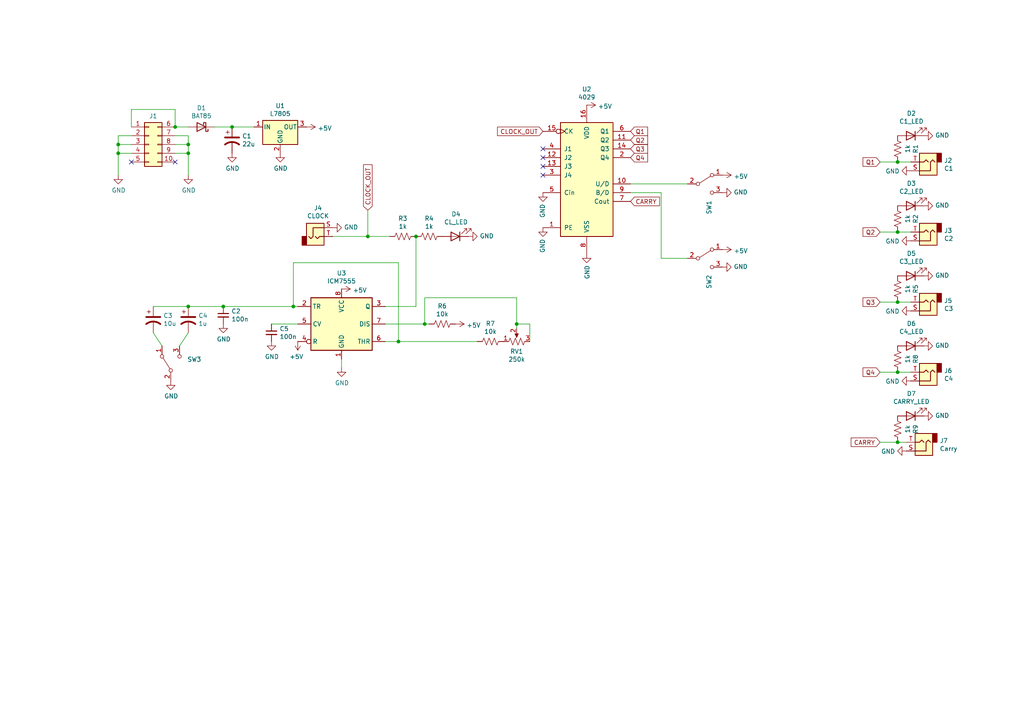
<source format=kicad_sch>
(kicad_sch (version 20211123) (generator eeschema)
  (paper "A4")
  (lib_symbols
    (symbol "4xxx:4029" (pin_names (offset 1.016))
      (property "Reference" "U" (at -7.62 16.51 0))
      (property "Value" "4029" (at -7.62 -19.05 0))
      (symbol "4029_1_0"
        (pin input line (at -12.7 -15.24 0) (length 5.08) (name "PE") (number "1"))
        (pin input line (at 12.7 -2.54 180) (length 5.08) (name "U/D") (number "10"))
        (pin output line (at 12.7 10.16 180) (length 5.08) (name "Q2") (number "11"))
        (pin input line (at -12.7 5.08 0) (length 5.08) (name "J2") (number "12"))
        (pin input line (at -12.7 2.54 0) (length 5.08) (name "J3") (number "13"))
        (pin output line (at 12.7 7.62 180) (length 5.08) (name "Q3") (number "14"))
        (pin input inverted_clock (at -12.7 12.7 0) (length 5.08) (name "CK") (number "15"))
        (pin power_in line (at 0 20.32 270) (length 5.08) (name "VDD") (number "16"))
        (pin output line (at 12.7 5.08 180) (length 5.08) (name "Q4") (number "2"))
        (pin input line (at -12.7 0 0) (length 5.08) (name "J4") (number "3"))
        (pin input line (at -12.7 7.62 0) (length 5.08) (name "J1") (number "4"))
        (pin input line (at -12.7 -5.08 0) (length 5.08) (name "Cin") (number "5"))
        (pin output line (at 12.7 12.7 180) (length 5.08) (name "Q1") (number "6"))
        (pin output line (at 12.7 -7.62 180) (length 5.08) (name "Cout") (number "7"))
        (pin power_in line (at 0 -22.86 90) (length 5.08) (name "VSS") (number "8"))
        (pin input line (at 12.7 -5.08 180) (length 5.08) (name "B/D") (number "9"))
      )
      (symbol "4029_1_1"
        (rectangle (start -7.62 15.24) (end 7.62 -17.78) (stroke (width 0.254)) (fill (type background)))
      )
    )
    (symbol "7555-4029-rescue:CP1-Device" (pin_numbers hide) (pin_names (offset 0.254) hide)
      (property "Reference" "C" (at 0.635 2.54 0))
      (property "Value" "CP1-Device" (at 0.635 -2.54 0))
      (symbol "CP1-Device_0_1"
        (polyline (pts (xy -2.032 0.762) (xy 2.032 0.762)) (stroke (width 0.508)))
        (polyline (pts (xy -1.778 2.286) (xy -0.762 2.286)))
        (polyline (pts (xy -1.27 1.778) (xy -1.27 2.794)))
        (arc (start 2.032 -1.27) (mid 0 -0.5572) (end -2.032 -1.27) (stroke (width 0.508)))
      )
      (symbol "CP1-Device_1_1"
        (pin passive line (at 0 3.81 270) (length 2.794) (name "~") (number "1"))
        (pin passive line (at 0 -3.81 90) (length 3.302) (name "~") (number "2"))
      )
    )
    (symbol "7555-4029-rescue:R_POT_US-Device" (pin_names (offset 1.016) hide)
      (property "Reference" "RV" (at -4.445 0 90))
      (property "Value" "R_POT_US-Device" (at -2.54 0 90))
      (symbol "R_POT_US-Device_0_1"
        (polyline (pts (xy 0 -2.286) (xy 0 -2.54)))
        (polyline (pts (xy 0 2.54) (xy 0 2.286)))
        (polyline (pts (xy 2.54 0) (xy 1.524 0)))
        (polyline (pts (xy 1.143 0) (xy 2.286 0.508) (xy 2.286 -0.508) (xy 1.143 0)) (fill (type outline)))
        (polyline (pts (xy 0 -0.762) (xy 1.016 -1.143) (xy 0 -1.524) (xy -1.016 -1.905) (xy 0 -2.286)))
        (polyline (pts (xy 0 0.762) (xy 1.016 0.381) (xy 0 0) (xy -1.016 -0.381) (xy 0 -0.762)))
        (polyline (pts (xy 0 2.286) (xy 1.016 1.905) (xy 0 1.524) (xy -1.016 1.143) (xy 0 0.762)))
      )
      (symbol "R_POT_US-Device_1_1"
        (pin passive line (at 0 3.81 270) (length 1.27) (name "1") (number "1"))
        (pin passive line (at 3.81 0 180) (length 1.27) (name "2") (number "2"))
        (pin passive line (at 0 -3.81 90) (length 1.27) (name "3") (number "3"))
      )
    )
    (symbol "Connector:AudioJack2"
      (property "Reference" "J" (at 0 8.89 0))
      (property "Value" "AudioJack2" (at 0 6.35 0))
      (symbol "AudioJack2_0_1"
        (rectangle (start -3.81 0) (end -2.54 -2.54) (stroke (width 0.254)) (fill (type outline)))
        (rectangle (start -2.54 3.81) (end 2.54 -2.54) (stroke (width 0.254)) (fill (type background)))
        (polyline (pts (xy 0 0) (xy 0.635 -0.635) (xy 1.27 0) (xy 2.54 0)) (stroke (width 0.254)))
        (polyline (pts (xy 2.54 2.54) (xy -0.635 2.54) (xy -0.635 0) (xy -1.27 -0.635) (xy -1.905 0)) (stroke (width 0.254)))
      )
      (symbol "AudioJack2_1_1"
        (pin passive line (at 5.08 2.54 180) (length 2.54) (name "~") (number "S"))
        (pin passive line (at 5.08 0 180) (length 2.54) (name "~") (number "T"))
      )
    )
    (symbol "Connector_Generic:Conn_02x05_Top_Bottom" (pin_names (offset 1.016) hide)
      (property "Reference" "J" (at 1.27 7.62 0))
      (property "Value" "Conn_02x05_Top_Bottom" (at 1.27 -7.62 0))
      (symbol "Conn_02x05_Top_Bottom_1_1"
        (rectangle (start -1.27 -4.953) (end 0 -5.207) (stroke (width 0.1524)))
        (rectangle (start -1.27 -2.413) (end 0 -2.667) (stroke (width 0.1524)))
        (rectangle (start -1.27 0.127) (end 0 -0.127) (stroke (width 0.1524)))
        (rectangle (start -1.27 2.667) (end 0 2.413) (stroke (width 0.1524)))
        (rectangle (start -1.27 5.207) (end 0 4.953) (stroke (width 0.1524)))
        (rectangle (start -1.27 6.35) (end 3.81 -6.35) (stroke (width 0.254)) (fill (type background)))
        (rectangle (start 3.81 -4.953) (end 2.54 -5.207) (stroke (width 0.1524)))
        (rectangle (start 3.81 -2.413) (end 2.54 -2.667) (stroke (width 0.1524)))
        (rectangle (start 3.81 0.127) (end 2.54 -0.127) (stroke (width 0.1524)))
        (rectangle (start 3.81 2.667) (end 2.54 2.413) (stroke (width 0.1524)))
        (rectangle (start 3.81 5.207) (end 2.54 4.953) (stroke (width 0.1524)))
        (pin passive line (at -5.08 5.08 0) (length 3.81) (name "Pin_1") (number "1"))
        (pin passive line (at 7.62 -5.08 180) (length 3.81) (name "Pin_10") (number "10"))
        (pin passive line (at -5.08 2.54 0) (length 3.81) (name "Pin_2") (number "2"))
        (pin passive line (at -5.08 0 0) (length 3.81) (name "Pin_3") (number "3"))
        (pin passive line (at -5.08 -2.54 0) (length 3.81) (name "Pin_4") (number "4"))
        (pin passive line (at -5.08 -5.08 0) (length 3.81) (name "Pin_5") (number "5"))
        (pin passive line (at 7.62 5.08 180) (length 3.81) (name "Pin_6") (number "6"))
        (pin passive line (at 7.62 2.54 180) (length 3.81) (name "Pin_7") (number "7"))
        (pin passive line (at 7.62 0 180) (length 3.81) (name "Pin_8") (number "8"))
        (pin passive line (at 7.62 -2.54 180) (length 3.81) (name "Pin_9") (number "9"))
      )
    )
    (symbol "Device:C_Small" (pin_numbers hide) (pin_names (offset 0.254) hide)
      (property "Reference" "C" (at 0.254 1.778 0))
      (property "Value" "C_Small" (at 0.254 -2.032 0))
      (symbol "C_Small_0_1"
        (polyline (pts (xy -1.524 -0.508) (xy 1.524 -0.508)) (stroke (width 0.3302)))
        (polyline (pts (xy -1.524 0.508) (xy 1.524 0.508)) (stroke (width 0.3048)))
      )
      (symbol "C_Small_1_1"
        (pin passive line (at 0 2.54 270) (length 2.032) (name "~") (number "1"))
        (pin passive line (at 0 -2.54 90) (length 2.032) (name "~") (number "2"))
      )
    )
    (symbol "Device:LED" (pin_numbers hide) (pin_names (offset 1.016) hide)
      (property "Reference" "D" (at 0 2.54 0))
      (property "Value" "LED" (at 0 -2.54 0))
      (symbol "LED_0_1"
        (polyline (pts (xy -1.27 -1.27) (xy -1.27 1.27)) (stroke (width 0.254)))
        (polyline (pts (xy -1.27 0) (xy 1.27 0)))
        (polyline (pts (xy 1.27 -1.27) (xy 1.27 1.27) (xy -1.27 0) (xy 1.27 -1.27)) (stroke (width 0.254)))
        (polyline (pts (xy -3.048 -0.762) (xy -4.572 -2.286) (xy -3.81 -2.286) (xy -4.572 -2.286) (xy -4.572 -1.524)))
        (polyline (pts (xy -1.778 -0.762) (xy -3.302 -2.286) (xy -2.54 -2.286) (xy -3.302 -2.286) (xy -3.302 -1.524)))
      )
      (symbol "LED_1_1"
        (pin passive line (at -3.81 0 0) (length 2.54) (name "K") (number "1"))
        (pin passive line (at 3.81 0 180) (length 2.54) (name "A") (number "2"))
      )
    )
    (symbol "Device:R_US" (pin_numbers hide) (pin_names (offset 0))
      (property "Reference" "R" (at 2.54 0 90))
      (property "Value" "R_US" (at -2.54 0 90))
      (symbol "R_US_0_1"
        (polyline (pts (xy 0 -2.286) (xy 0 -2.54)))
        (polyline (pts (xy 0 2.286) (xy 0 2.54)))
        (polyline (pts (xy 0 -0.762) (xy 1.016 -1.143) (xy 0 -1.524) (xy -1.016 -1.905) (xy 0 -2.286)))
        (polyline (pts (xy 0 0.762) (xy 1.016 0.381) (xy 0 0) (xy -1.016 -0.381) (xy 0 -0.762)))
        (polyline (pts (xy 0 2.286) (xy 1.016 1.905) (xy 0 1.524) (xy -1.016 1.143) (xy 0 0.762)))
      )
      (symbol "R_US_1_1"
        (pin passive line (at 0 3.81 270) (length 1.27) (name "~") (number "1"))
        (pin passive line (at 0 -3.81 90) (length 1.27) (name "~") (number "2"))
      )
    )
    (symbol "Diode:BAT85" (pin_numbers hide) (pin_names (offset 1.016) hide)
      (property "Reference" "D" (at 0 2.54 0))
      (property "Value" "BAT85" (at 0 -2.54 0))
      (symbol "BAT85_0_1"
        (polyline (pts (xy 1.27 0) (xy -1.27 0)))
        (polyline (pts (xy 1.27 1.27) (xy 1.27 -1.27) (xy -1.27 0) (xy 1.27 1.27)) (stroke (width 0.254)))
        (polyline (pts (xy -1.905 0.635) (xy -1.905 1.27) (xy -1.27 1.27) (xy -1.27 -1.27) (xy -0.635 -1.27) (xy -0.635 -0.635)) (stroke (width 0.254)))
      )
      (symbol "BAT85_1_1"
        (pin passive line (at -3.81 0 0) (length 2.54) (name "K") (number "1"))
        (pin passive line (at 3.81 0 180) (length 2.54) (name "A") (number "2"))
      )
    )
    (symbol "Regulator_Linear:L7805" (pin_names (offset 0.254))
      (property "Reference" "U" (at -3.81 3.175 0))
      (property "Value" "L7805" (at 0 3.175 0))
      (symbol "L7805_0_1"
        (rectangle (start -5.08 1.905) (end 5.08 -5.08) (stroke (width 0.254)) (fill (type background)))
      )
      (symbol "L7805_1_1"
        (pin power_in line (at -7.62 0 0) (length 2.54) (name "IN") (number "1"))
        (pin power_in line (at 0 -7.62 90) (length 2.54) (name "GND") (number "2"))
        (pin power_out line (at 7.62 0 180) (length 2.54) (name "OUT") (number "3"))
      )
    )
    (symbol "Switch:SW_SPDT" (pin_names (offset 0) hide)
      (property "Reference" "SW" (at 0 4.318 0))
      (property "Value" "SW_SPDT" (at 0 -5.08 0))
      (symbol "SW_SPDT_0_0"
        (circle (center -2.032 0) (radius 0.508))
        (circle (center 2.032 -2.54) (radius 0.508))
      )
      (symbol "SW_SPDT_0_1"
        (polyline (pts (xy -1.524 0.254) (xy 1.651 2.286)))
        (circle (center 2.032 2.54) (radius 0.508))
      )
      (symbol "SW_SPDT_1_1"
        (pin passive line (at 5.08 2.54 180) (length 2.54) (name "A") (number "1"))
        (pin passive line (at -5.08 0 0) (length 2.54) (name "B") (number "2"))
        (pin passive line (at 5.08 -2.54 180) (length 2.54) (name "C") (number "3"))
      )
    )
    (symbol "Timer:ICM7555xB"
      (property "Reference" "U" (at -10.16 8.89 0))
      (property "Value" "ICM7555xB" (at 2.54 8.89 0))
      (symbol "ICM7555xB_0_0"
        (pin power_in line (at 0 -10.16 90) (length 2.54) (name "GND") (number "1"))
        (pin power_in line (at 0 10.16 270) (length 2.54) (name "VCC") (number "8"))
      )
      (symbol "ICM7555xB_0_1"
        (rectangle (start -8.89 -7.62) (end 8.89 7.62) (stroke (width 0.254)) (fill (type background)))
        (rectangle (start -8.89 -7.62) (end 8.89 7.62) (stroke (width 0.254)) (fill (type background)))
      )
      (symbol "ICM7555xB_1_1"
        (pin input line (at -12.7 5.08 0) (length 3.81) (name "TR") (number "2"))
        (pin output line (at 12.7 5.08 180) (length 3.81) (name "Q") (number "3"))
        (pin input inverted (at -12.7 -5.08 0) (length 3.81) (name "R") (number "4"))
        (pin input line (at -12.7 0 0) (length 3.81) (name "CV") (number "5"))
        (pin input line (at 12.7 -5.08 180) (length 3.81) (name "THR") (number "6"))
        (pin input line (at 12.7 0 180) (length 3.81) (name "DIS") (number "7"))
      )
    )
    (symbol "power:+5V" (power) (pin_names (offset 0))
      (property "Value" "+5V" (at 0 3.556 0))
      (symbol "+5V_0_1"
        (polyline (pts (xy -0.762 1.27) (xy 0 2.54)))
        (polyline (pts (xy 0 0) (xy 0 2.54)))
        (polyline (pts (xy 0 2.54) (xy 0.762 1.27)))
      )
      (symbol "+5V_1_1"
        (pin power_in line (at 0 0 90) (length 0) hide (name "+5V") (number "1"))
      )
    )
    (symbol "power:GND" (power) (pin_names (offset 0))
      (property "Value" "GND" (at 0 -3.81 0))
      (symbol "GND_0_1"
        (polyline (pts (xy 0 0) (xy 0 -1.27) (xy 1.27 -1.27) (xy 0 -2.54) (xy -1.27 -1.27) (xy 0 -1.27)))
      )
      (symbol "GND_1_1"
        (pin power_in line (at 0 0 270) (length 0) hide (name "GND") (number "1"))
      )
    )
  )
  (junction (at 106.68 68.58))
  (junction (at 64.77 88.9))
  (junction (at 54.61 88.9))
  (junction (at 260.35 128.27))
  (junction (at 85.09 88.9))
  (junction (at 67.31 36.83))
  (junction (at 149.86 93.98))
  (junction (at 260.35 107.95))
  (junction (at 54.61 44.45))
  (junction (at 120.65 68.58))
  (junction (at 260.35 46.99))
  (junction (at 115.57 99.06))
  (junction (at 50.8 36.83))
  (junction (at 260.35 87.63))
  (junction (at 34.29 44.45))
  (junction (at 54.61 41.91))
  (junction (at 260.35 67.31))
  (junction (at 123.19 93.98))
  (junction (at 34.29 41.91))
  (no_connect (at 157.48 43.18))
  (no_connect (at 50.8 46.99))
  (no_connect (at 157.48 48.26))
  (no_connect (at 38.1 46.99))
  (no_connect (at 157.48 50.8))
  (no_connect (at 157.48 45.72))
  (wire (pts (xy 123.19 93.98) (xy 124.46 93.98)))
  (wire (pts (xy 38.1 36.83) (xy 38.1 31.75)))
  (wire (pts (xy 191.77 74.93) (xy 199.39 74.93)))
  (wire (pts (xy 50.8 41.91) (xy 54.61 41.91)))
  (wire (pts (xy 255.27 67.31) (xy 260.35 67.31)))
  (wire (pts (xy 52.07 100.33) (xy 54.61 96.52)))
  (wire (pts (xy 260.35 128.27) (xy 262.89 128.27)))
  (wire (pts (xy 54.61 39.37) (xy 54.61 41.91)))
  (wire (pts (xy 111.76 88.9) (xy 120.65 88.9)))
  (wire (pts (xy 191.77 55.88) (xy 191.77 74.93)))
  (wire (pts (xy 85.09 88.9) (xy 64.77 88.9)))
  (wire (pts (xy 260.35 46.99) (xy 264.16 46.99)))
  (wire (pts (xy 260.35 87.63) (xy 264.16 87.63)))
  (wire (pts (xy 64.77 88.9) (xy 54.61 88.9)))
  (wire (pts (xy 260.35 128.27) (xy 255.27 128.27)))
  (wire (pts (xy 111.76 93.98) (xy 123.19 93.98)))
  (wire (pts (xy 260.35 67.31) (xy 264.16 67.31)))
  (wire (pts (xy 34.29 39.37) (xy 34.29 41.91)))
  (wire (pts (xy 123.19 86.36) (xy 149.86 86.36)))
  (wire (pts (xy 120.65 88.9) (xy 120.65 68.58)))
  (wire (pts (xy 255.27 107.95) (xy 260.35 107.95)))
  (wire (pts (xy 86.36 88.9) (xy 85.09 88.9)))
  (wire (pts (xy 34.29 41.91) (xy 38.1 41.91)))
  (wire (pts (xy 50.8 44.45) (xy 54.61 44.45)))
  (wire (pts (xy 34.29 44.45) (xy 34.29 50.8)))
  (wire (pts (xy 106.68 68.58) (xy 96.52 68.58)))
  (wire (pts (xy 153.67 93.98) (xy 149.86 93.98)))
  (wire (pts (xy 38.1 31.75) (xy 50.8 31.75)))
  (wire (pts (xy 86.36 93.98) (xy 78.74 93.98)))
  (wire (pts (xy 106.68 68.58) (xy 106.68 60.96)))
  (wire (pts (xy 62.23 36.83) (xy 67.31 36.83)))
  (wire (pts (xy 85.09 76.2) (xy 85.09 88.9)))
  (wire (pts (xy 138.43 99.06) (xy 115.57 99.06)))
  (wire (pts (xy 34.29 41.91) (xy 34.29 44.45)))
  (wire (pts (xy 54.61 44.45) (xy 54.61 50.8)))
  (wire (pts (xy 50.8 31.75) (xy 50.8 36.83)))
  (wire (pts (xy 54.61 88.9) (xy 44.45 88.9)))
  (wire (pts (xy 99.06 106.68) (xy 99.06 104.14)))
  (wire (pts (xy 115.57 76.2) (xy 85.09 76.2)))
  (wire (pts (xy 67.31 36.83) (xy 73.66 36.83)))
  (wire (pts (xy 255.27 87.63) (xy 260.35 87.63)))
  (wire (pts (xy 115.57 76.2) (xy 115.57 99.06)))
  (wire (pts (xy 149.86 93.98) (xy 149.86 95.25)))
  (wire (pts (xy 153.67 99.06) (xy 153.67 93.98)))
  (wire (pts (xy 113.03 68.58) (xy 106.68 68.58)))
  (wire (pts (xy 111.76 99.06) (xy 115.57 99.06)))
  (wire (pts (xy 182.88 53.34) (xy 199.39 53.34)))
  (wire (pts (xy 149.86 86.36) (xy 149.86 93.98)))
  (wire (pts (xy 50.8 39.37) (xy 54.61 39.37)))
  (wire (pts (xy 54.61 41.91) (xy 54.61 44.45)))
  (wire (pts (xy 255.27 46.99) (xy 260.35 46.99)))
  (wire (pts (xy 46.99 100.33) (xy 44.45 96.52)))
  (wire (pts (xy 182.88 55.88) (xy 191.77 55.88)))
  (wire (pts (xy 50.8 36.83) (xy 54.61 36.83)))
  (wire (pts (xy 123.19 93.98) (xy 123.19 86.36)))
  (wire (pts (xy 38.1 44.45) (xy 34.29 44.45)))
  (wire (pts (xy 264.16 107.95) (xy 260.35 107.95)))
  (wire (pts (xy 38.1 39.37) (xy 34.29 39.37)))
  (global_label "Q3" (shape input) (at 255.27 87.63 180) (property "Intersheet References" "${INTERSHEET_REFS}" (effects hide)))
  (global_label "Q2" (shape input) (at 255.27 67.31 180) (property "Intersheet References" "${INTERSHEET_REFS}" (effects hide)))
  (global_label "Q1" (shape input) (at 255.27 46.99 180) (property "Intersheet References" "${INTERSHEET_REFS}" (effects hide)))
  (global_label "Q4" (shape input) (at 255.27 107.95 180) (property "Intersheet References" "${INTERSHEET_REFS}" (effects hide)))
  (global_label "Q4" (shape input) (at 182.88 45.72 0) (property "Intersheet References" "${INTERSHEET_REFS}" (effects hide)))
  (global_label "CARRY" (shape input) (at 182.88 58.42 0) (property "Intersheet References" "${INTERSHEET_REFS}" (effects hide)))
  (global_label "CARRY" (shape input) (at 255.27 128.27 180) (property "Intersheet References" "${INTERSHEET_REFS}" (effects hide)))
  (global_label "Q3" (shape input) (at 182.88 43.18 0) (property "Intersheet References" "${INTERSHEET_REFS}" (effects hide)))
  (global_label "Q1" (shape input) (at 182.88 38.1 0) (property "Intersheet References" "${INTERSHEET_REFS}" (effects hide)))
  (global_label "CLOCK_OUT" (shape input) (at 106.68 60.96 90) (property "Intersheet References" "${INTERSHEET_REFS}" (effects hide)))
  (global_label "Q2" (shape input) (at 182.88 40.64 0) (property "Intersheet References" "${INTERSHEET_REFS}" (effects hide)))
  (global_label "CLOCK_OUT" (shape input) (at 157.48 38.1 180) (property "Intersheet References" "${INTERSHEET_REFS}" (effects hide)))
  (symbol (lib_id "Switch:SW_SPDT") (at 204.47 53.34 0) (unit 1)
    (property "Reference" "SW1" (at 205.6384 58.1152 90) (effects (justify right)))
    (property "Value" "SW_SPDT" (effects hide))
    (property "Footprint" "Connector_PinHeader_1.00mm:PinHeader_1x03_P1.00mm_Vertical" (effects hide))
  )
  (symbol (lib_id "power:GND") (at 96.52 66.04 90) (unit 1)
    (property "Reference" "#PWR013" (effects hide))
    (property "Value" "GND" (at 99.7712 65.913 90) (effects (justify right)))
  )
  (symbol (lib_id "Device:C_Small") (at 64.77 91.44 0) (unit 1)
    (property "Reference" "C2" (at 67.1068 90.2716 0) (effects (justify left)))
    (property "Value" "100n" (at 67.1068 92.583 0) (effects (justify left)))
    (property "Footprint" "Capacitor_THT:C_Disc_D4.7mm_W2.5mm_P5.00mm" (effects hide))
  )
  (symbol (lib_id "Device:R_US") (at 142.24 99.06 270) (unit 1)
    (property "Reference" "R7" (at 142.24 93.853 90))
    (property "Value" "10k" (at 142.24 96.1644 90))
    (property "Footprint" "Resistor_THT:R_Axial_DIN0207_L6.3mm_D2.5mm_P10.16mm_Horizontal" (effects hide))
  )
  (symbol (lib_id "power:GND") (at 267.97 80.01 90) (unit 1)
    (property "Reference" "#PWR020" (effects hide))
    (property "Value" "GND" (at 271.2212 79.883 90) (effects (justify right)))
  )
  (symbol (lib_id "power:GND") (at 267.97 120.65 90) (unit 1)
    (property "Reference" "#PWR031" (effects hide))
    (property "Value" "GND" (at 271.2212 120.523 90) (effects (justify right)))
  )
  (symbol (lib_id "power:GND") (at 34.29 50.8 0) (unit 1)
    (property "Reference" "#PWR07" (effects hide))
    (property "Value" "GND" (at 34.417 55.1942 0))
  )
  (symbol (lib_id "Regulator_Linear:L7805") (at 81.28 36.83 0) (unit 1)
    (property "Reference" "U1" (at 81.28 30.6832 0))
    (property "Value" "L7805" (at 81.28 32.9946 0))
    (property "Footprint" "Package_TO_SOT_THT:TO-220-3_Vertical" (effects hide))
    (property "Datasheet" "http://www.st.com/content/ccc/resource/technical/document/datasheet/41/4f/b3/b0/12/d4/47/88/CD00000444.pdf/files/CD00000444.pdf/jcr:content/translations/en.CD00000444.pdf" (effects hide))
  )
  (symbol (lib_id "Device:LED") (at 264.16 120.65 180) (unit 1)
    (property "Reference" "D7" (at 264.3378 114.173 0))
    (property "Value" "CARRY_LED" (at 264.3378 116.4844 0))
    (property "Footprint" "LED_THT:LED_D3.0mm" (effects hide))
  )
  (symbol (lib_id "power:+5V") (at 99.06 83.82 270) (unit 1)
    (property "Reference" "#PWR021" (effects hide))
    (property "Value" "+5V" (at 102.3112 84.201 90) (effects (justify left)))
  )
  (symbol (lib_id "power:GND") (at 264.16 69.85 270) (unit 1)
    (property "Reference" "#PWR016" (effects hide))
    (property "Value" "GND" (at 260.9088 69.977 90) (effects (justify right)))
  )
  (symbol (lib_id "Device:LED") (at 132.08 68.58 180) (unit 1)
    (property "Reference" "D4" (at 132.2578 62.103 0))
    (property "Value" "CL_LED" (at 132.2578 64.4144 0))
    (property "Footprint" "LED_THT:LED_D3.0mm" (effects hide))
  )
  (symbol (lib_id "Device:R_US") (at 260.35 104.14 180) (unit 1)
    (property "Reference" "R8" (at 265.557 104.14 90))
    (property "Value" "1k" (at 263.2456 104.14 90))
    (property "Footprint" "Resistor_THT:R_Axial_DIN0207_L6.3mm_D2.5mm_P10.16mm_Horizontal" (effects hide))
  )
  (symbol (lib_id "7555-4029-rescue:CP1-Device") (at 67.31 40.64 0) (unit 1)
    (property "Reference" "C1" (at 70.231 39.4716 0) (effects (justify left)))
    (property "Value" "22u" (at 70.231 41.783 0) (effects (justify left)))
    (property "Footprint" "Capacitor_THT:C_Disc_D4.7mm_W2.5mm_P5.00mm" (effects hide))
  )
  (symbol (lib_id "Connector:AudioJack2") (at 91.44 68.58 0) (unit 1)
    (property "Reference" "J4" (at 92.2528 60.325 0))
    (property "Value" "CLOCK" (at 92.2528 62.6364 0))
    (property "Footprint" "Connector_Audio:Jack_3.5mm_QingPu_WQP-PJ398SM_Vertical_CircularHoles" (effects hide))
  )
  (symbol (lib_id "Device:R_US") (at 260.35 63.5 180) (unit 1)
    (property "Reference" "R2" (at 265.557 63.5 90))
    (property "Value" "1k" (at 263.2456 63.5 90))
    (property "Footprint" "Resistor_THT:R_Axial_DIN0207_L6.3mm_D2.5mm_P10.16mm_Horizontal" (effects hide))
  )
  (symbol (lib_id "Device:R_US") (at 116.84 68.58 270) (unit 1)
    (property "Reference" "R3" (at 116.84 63.373 90))
    (property "Value" "1k" (at 116.84 65.6844 90))
    (property "Footprint" "Resistor_THT:R_Axial_DIN0207_L6.3mm_D2.5mm_P10.16mm_Horizontal" (effects hide))
  )
  (symbol (lib_id "power:GND") (at 49.53 110.49 0) (unit 1)
    (property "Reference" "#PWR029" (effects hide))
    (property "Value" "GND" (at 49.657 114.8842 0))
  )
  (symbol (lib_id "7555-4029-rescue:CP1-Device") (at 44.45 92.71 0) (unit 1)
    (property "Reference" "C3" (at 47.371 91.5416 0) (effects (justify left)))
    (property "Value" "10u" (at 47.371 93.853 0) (effects (justify left)))
    (property "Footprint" "Capacitor_THT:CP_Radial_D6.3mm_P2.50mm" (effects hide))
  )
  (symbol (lib_id "Device:R_US") (at 260.35 83.82 180) (unit 1)
    (property "Reference" "R5" (at 265.557 83.82 90))
    (property "Value" "1k" (at 263.2456 83.82 90))
    (property "Footprint" "Resistor_THT:R_Axial_DIN0207_L6.3mm_D2.5mm_P10.16mm_Horizontal" (effects hide))
  )
  (symbol (lib_id "power:+5V") (at 88.9 36.83 270) (unit 1)
    (property "Reference" "#PWR02" (effects hide))
    (property "Value" "+5V" (at 92.1512 37.211 90) (effects (justify left)))
  )
  (symbol (lib_id "Connector:AudioJack2") (at 269.24 67.31 180) (unit 1)
    (property "Reference" "J3" (at 273.812 66.8782 0) (effects (justify right)))
    (property "Value" "C2" (at 273.812 69.1896 0) (effects (justify right)))
    (property "Footprint" "Connector_Audio:Jack_3.5mm_QingPu_WQP-PJ398SM_Vertical_CircularHoles" (effects hide))
  )
  (symbol (lib_id "power:+5V") (at 86.36 99.06 180) (unit 1)
    (property "Reference" "#PWR026" (effects hide))
    (property "Value" "+5V" (at 85.979 103.4542 0))
  )
  (symbol (lib_id "power:+5V") (at 209.55 50.8 270) (unit 1)
    (property "Reference" "#PWR09" (effects hide))
    (property "Value" "+5V" (at 212.8012 51.181 90) (effects (justify left)))
  )
  (symbol (lib_id "power:GND") (at 170.18 73.66 0) (unit 1)
    (property "Reference" "#PWR018" (effects hide))
    (property "Value" "GND" (at 170.307 76.9112 90) (effects (justify right)))
  )
  (symbol (lib_id "power:GND") (at 267.97 39.37 90) (unit 1)
    (property "Reference" "#PWR03" (effects hide))
    (property "Value" "GND" (at 271.2212 39.243 90) (effects (justify right)))
  )
  (symbol (lib_id "power:GND") (at 54.61 50.8 0) (unit 1)
    (property "Reference" "#PWR08" (effects hide))
    (property "Value" "GND" (at 54.737 55.1942 0))
  )
  (symbol (lib_id "Device:R_US") (at 260.35 124.46 180) (unit 1)
    (property "Reference" "R9" (at 265.557 124.46 90))
    (property "Value" "1k" (at 263.2456 124.46 90))
    (property "Footprint" "Resistor_THT:R_Axial_DIN0207_L6.3mm_D2.5mm_P10.16mm_Horizontal" (effects hide))
  )
  (symbol (lib_id "Device:LED") (at 264.16 39.37 180) (unit 1)
    (property "Reference" "D2" (at 264.3378 32.893 0))
    (property "Value" "C1_LED" (at 264.3378 35.2044 0))
    (property "Footprint" "LED_THT:LED_D3.0mm" (effects hide))
  )
  (symbol (lib_id "power:+5V") (at 132.08 93.98 270) (unit 1)
    (property "Reference" "#PWR024" (effects hide))
    (property "Value" "+5V" (at 135.3312 94.361 90) (effects (justify left)))
  )
  (symbol (lib_id "Connector:AudioJack2") (at 269.24 107.95 180) (unit 1)
    (property "Reference" "J6" (at 273.812 107.5182 0) (effects (justify right)))
    (property "Value" "C4" (at 273.812 109.8296 0) (effects (justify right)))
    (property "Footprint" "Connector_Audio:Jack_3.5mm_QingPu_WQP-PJ398SM_Vertical_CircularHoles" (effects hide))
  )
  (symbol (lib_id "power:GND") (at 264.16 49.53 270) (unit 1)
    (property "Reference" "#PWR06" (effects hide))
    (property "Value" "GND" (at 260.9088 49.657 90) (effects (justify right)))
  )
  (symbol (lib_id "power:GND") (at 67.31 44.45 0) (unit 1)
    (property "Reference" "#PWR04" (effects hide))
    (property "Value" "GND" (at 67.437 48.8442 0))
  )
  (symbol (lib_id "power:GND") (at 157.48 55.88 0) (mirror y) (unit 1)
    (property "Reference" "#PWR010" (effects hide))
    (property "Value" "GND" (at 157.353 59.1312 90) (effects (justify right)))
  )
  (symbol (lib_id "7555-4029-rescue:CP1-Device") (at 54.61 92.71 0) (unit 1)
    (property "Reference" "C4" (at 57.531 91.5416 0) (effects (justify left)))
    (property "Value" "1u" (at 57.531 93.853 0) (effects (justify left)))
    (property "Footprint" "Capacitor_THT:CP_Radial_D6.3mm_P2.50mm" (effects hide))
  )
  (symbol (lib_id "Device:R_US") (at 128.27 93.98 270) (unit 1)
    (property "Reference" "R6" (at 128.27 88.773 90))
    (property "Value" "10k" (at 128.27 91.0844 90))
    (property "Footprint" "Resistor_THT:R_Axial_DIN0207_L6.3mm_D2.5mm_P10.16mm_Horizontal" (effects hide))
  )
  (symbol (lib_id "power:GND") (at 262.89 130.81 270) (unit 1)
    (property "Reference" "#PWR032" (effects hide))
    (property "Value" "GND" (at 259.6388 130.937 90) (effects (justify right)))
  )
  (symbol (lib_id "Switch:SW_SPDT") (at 49.53 105.41 90) (unit 1)
    (property "Reference" "SW3" (at 54.3052 104.2416 90) (effects (justify right)))
    (property "Value" "SW_SPDT" (effects hide))
    (property "Footprint" "Connector_PinHeader_1.00mm:PinHeader_1x03_P1.00mm_Vertical" (effects hide))
  )
  (symbol (lib_id "Connector_Generic:Conn_02x05_Top_Bottom") (at 43.18 41.91 0) (unit 1)
    (property "Reference" "J1" (at 44.45 33.655 0))
    (property "Value" "Conn_02x05_Top_Bottom" (effects hide))
    (property "Footprint" "Connector_PinHeader_1.00mm:PinHeader_2x05_P1.00mm_Vertical" (effects hide))
  )
  (symbol (lib_id "Connector:AudioJack2") (at 269.24 46.99 180) (unit 1)
    (property "Reference" "J2" (at 273.812 46.5582 0) (effects (justify right)))
    (property "Value" "C1" (at 273.812 48.8696 0) (effects (justify right)))
    (property "Footprint" "Connector_Audio:Jack_3.5mm_QingPu_WQP-PJ398SM_Vertical_CircularHoles" (effects hide))
  )
  (symbol (lib_id "power:GND") (at 64.77 93.98 0) (unit 1)
    (property "Reference" "#PWR023" (effects hide))
    (property "Value" "GND" (at 64.897 98.3742 0))
  )
  (symbol (lib_id "Device:R_US") (at 124.46 68.58 270) (unit 1)
    (property "Reference" "R4" (at 124.46 63.373 90))
    (property "Value" "1k" (at 124.46 65.6844 90))
    (property "Footprint" "Resistor_THT:R_Axial_DIN0207_L6.3mm_D2.5mm_P10.16mm_Horizontal" (effects hide))
  )
  (symbol (lib_id "power:GND") (at 209.55 77.47 90) (unit 1)
    (property "Reference" "#PWR019" (effects hide))
    (property "Value" "GND" (at 212.8012 77.343 90) (effects (justify right)))
  )
  (symbol (lib_id "power:GND") (at 264.16 110.49 270) (unit 1)
    (property "Reference" "#PWR030" (effects hide))
    (property "Value" "GND" (at 260.9088 110.617 90) (effects (justify right)))
  )
  (symbol (lib_id "power:+5V") (at 209.55 72.39 270) (unit 1)
    (property "Reference" "#PWR017" (effects hide))
    (property "Value" "+5V" (at 212.8012 72.771 90) (effects (justify left)))
  )
  (symbol (lib_id "4xxx:4029") (at 170.18 50.8 0) (unit 1)
    (property "Reference" "U2" (at 170.18 25.8826 0))
    (property "Value" "4029" (at 170.18 28.194 0))
    (property "Footprint" "Package_DIP:DIP-16_W7.62mm" (effects hide))
    (property "Datasheet" "http://www.intersil.com/content/dam/Intersil/documents/cd40/cd4029bms.pdf" (effects hide))
  )
  (symbol (lib_id "power:GND") (at 81.28 44.45 0) (unit 1)
    (property "Reference" "#PWR05" (effects hide))
    (property "Value" "GND" (at 81.407 48.8442 0))
  )
  (symbol (lib_id "Device:LED") (at 264.16 80.01 180) (unit 1)
    (property "Reference" "D5" (at 264.3378 73.533 0))
    (property "Value" "C3_LED" (at 264.3378 75.8444 0))
    (property "Footprint" "LED_THT:LED_D3.0mm" (effects hide))
  )
  (symbol (lib_id "power:GND") (at 264.16 90.17 270) (unit 1)
    (property "Reference" "#PWR022" (effects hide))
    (property "Value" "GND" (at 260.9088 90.297 90) (effects (justify right)))
  )
  (symbol (lib_id "Device:LED") (at 264.16 100.33 180) (unit 1)
    (property "Reference" "D6" (at 264.3378 93.853 0))
    (property "Value" "C4_LED" (at 264.3378 96.1644 0))
    (property "Footprint" "LED_THT:LED_D3.0mm" (effects hide))
  )
  (symbol (lib_id "power:GND") (at 78.74 99.06 0) (unit 1)
    (property "Reference" "#PWR025" (effects hide))
    (property "Value" "GND" (at 78.867 103.4542 0))
  )
  (symbol (lib_id "power:GND") (at 157.48 66.04 0) (mirror y) (unit 1)
    (property "Reference" "#PWR014" (effects hide))
    (property "Value" "GND" (at 157.353 69.2912 90) (effects (justify right)))
  )
  (symbol (lib_id "Switch:SW_SPDT") (at 204.47 74.93 0) (unit 1)
    (property "Reference" "SW2" (at 205.6384 79.7052 90) (effects (justify right)))
    (property "Value" "SW_SPDT" (effects hide))
    (property "Footprint" "Connector_PinHeader_1.00mm:PinHeader_1x03_P1.00mm_Vertical" (effects hide))
  )
  (symbol (lib_id "Device:C_Small") (at 78.74 96.52 0) (unit 1)
    (property "Reference" "C5" (at 81.0768 95.3516 0) (effects (justify left)))
    (property "Value" "100n" (at 81.0768 97.663 0) (effects (justify left)))
    (property "Footprint" "Capacitor_THT:C_Disc_D4.7mm_W2.5mm_P5.00mm" (effects hide))
  )
  (symbol (lib_id "Connector:AudioJack2") (at 269.24 87.63 180) (unit 1)
    (property "Reference" "J5" (at 273.812 87.1982 0) (effects (justify right)))
    (property "Value" "C3" (at 273.812 89.5096 0) (effects (justify right)))
    (property "Footprint" "Connector_Audio:Jack_3.5mm_QingPu_WQP-PJ398SM_Vertical_CircularHoles" (effects hide))
  )
  (symbol (lib_id "power:GND") (at 99.06 106.68 0) (unit 1)
    (property "Reference" "#PWR028" (effects hide))
    (property "Value" "GND" (at 99.187 111.0742 0))
  )
  (symbol (lib_id "Connector:AudioJack2") (at 267.97 128.27 180) (unit 1)
    (property "Reference" "J7" (at 272.542 127.8382 0) (effects (justify right)))
    (property "Value" "Carry" (at 272.542 130.1496 0) (effects (justify right)))
    (property "Footprint" "Connector_Audio:Jack_3.5mm_QingPu_WQP-PJ398SM_Vertical_CircularHoles" (effects hide))
  )
  (symbol (lib_id "Diode:BAT85") (at 58.42 36.83 180) (unit 1)
    (property "Reference" "D1" (at 58.42 31.3182 0))
    (property "Value" "BAT85" (at 58.42 33.6296 0))
    (property "Footprint" "Diode_THT:D_DO-35_SOD27_P7.62mm_Horizontal" (effects hide))
    (property "Datasheet" "https://assets.nexperia.com/documents/data-sheet/BAT85.pdf" (effects hide))
  )
  (symbol (lib_id "power:GND") (at 209.55 55.88 90) (unit 1)
    (property "Reference" "#PWR011" (effects hide))
    (property "Value" "GND" (at 212.8012 55.753 90) (effects (justify right)))
  )
  (symbol (lib_id "power:GND") (at 267.97 100.33 90) (unit 1)
    (property "Reference" "#PWR027" (effects hide))
    (property "Value" "GND" (at 271.2212 100.203 90) (effects (justify right)))
  )
  (symbol (lib_id "power:+5V") (at 170.18 30.48 270) (unit 1)
    (property "Reference" "#PWR01" (effects hide))
    (property "Value" "+5V" (at 173.4312 30.861 90) (effects (justify left)))
  )
  (symbol (lib_id "power:GND") (at 267.97 59.69 90) (unit 1)
    (property "Reference" "#PWR012" (effects hide))
    (property "Value" "GND" (at 271.2212 59.563 90) (effects (justify right)))
  )
  (symbol (lib_id "power:GND") (at 135.89 68.58 90) (unit 1)
    (property "Reference" "#PWR015" (effects hide))
    (property "Value" "GND" (at 139.1412 68.453 90) (effects (justify right)))
  )
  (symbol (lib_id "Device:LED") (at 264.16 59.69 180) (unit 1)
    (property "Reference" "D3" (at 264.3378 53.213 0))
    (property "Value" "C2_LED" (at 264.3378 55.5244 0))
    (property "Footprint" "LED_THT:LED_D3.0mm" (effects hide))
  )
  (symbol (lib_id "Device:R_US") (at 260.35 43.18 180) (unit 1)
    (property "Reference" "R1" (at 265.557 43.18 90))
    (property "Value" "1k" (at 263.2456 43.18 90))
    (property "Footprint" "Resistor_THT:R_Axial_DIN0207_L6.3mm_D2.5mm_P10.16mm_Horizontal" (effects hide))
  )
  (symbol (lib_id "Timer:ICM7555xB") (at 99.06 93.98 0) (unit 1)
    (property "Reference" "U3" (at 99.06 79.2226 0))
    (property "Value" "ICM7555" (at 99.06 81.534 0))
    (property "Footprint" "Package_DIP:DIP-8_W7.62mm" (effects hide))
    (property "Datasheet" "http://www.intersil.com/content/dam/Intersil/documents/icm7/icm7555-56.pdf" (effects hide))
  )
  (symbol (lib_id "7555-4029-rescue:R_POT_US-Device") (at 149.86 99.06 90) (unit 1)
    (property "Reference" "RV1" (at 149.86 101.9302 90))
    (property "Value" "250k" (at 149.86 104.2416 90))
    (property "Footprint" "Potentiometer_THT:Potentiometer_Alpha_RD901F-40-00D_Single_Vertical" (effects hide))
  )
)
</source>
